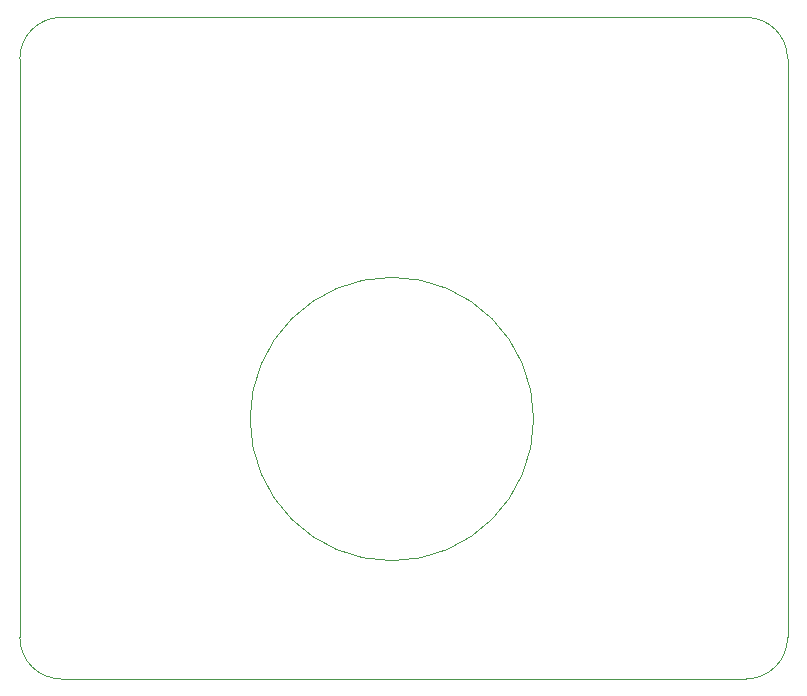
<source format=gm1>
G04 #@! TF.GenerationSoftware,KiCad,Pcbnew,(6.0.9-0)*
G04 #@! TF.CreationDate,2024-08-31T06:56:55+09:00*
G04 #@! TF.ProjectId,LEDHat,4c454448-6174-42e6-9b69-6361645f7063,rev?*
G04 #@! TF.SameCoordinates,Original*
G04 #@! TF.FileFunction,Profile,NP*
%FSLAX46Y46*%
G04 Gerber Fmt 4.6, Leading zero omitted, Abs format (unit mm)*
G04 Created by KiCad (PCBNEW (6.0.9-0)) date 2024-08-31 06:56:55*
%MOMM*%
%LPD*%
G01*
G04 APERTURE LIST*
G04 #@! TA.AperFunction,Profile*
%ADD10C,0.100000*%
G04 #@! TD*
G04 APERTURE END LIST*
D10*
X50000000Y-112500000D02*
X50000000Y-63500000D01*
X111500000Y-116000000D02*
X53500000Y-116000000D01*
X115000000Y-63500000D02*
X115000000Y-112500000D01*
X53500000Y-60000000D02*
X111500000Y-60000000D01*
X53500000Y-60000000D02*
G75*
G03*
X50000000Y-63500000I0J-3500000D01*
G01*
X50000000Y-112500000D02*
G75*
G03*
X53500000Y-116000000I3500000J0D01*
G01*
X111500000Y-116000000D02*
G75*
G03*
X115000000Y-112500000I0J3500000D01*
G01*
X115000000Y-63500000D02*
G75*
G03*
X111500000Y-60000000I-3500000J0D01*
G01*
X93500000Y-94000000D02*
G75*
G03*
X93500000Y-94000000I-12000000J0D01*
G01*
M02*

</source>
